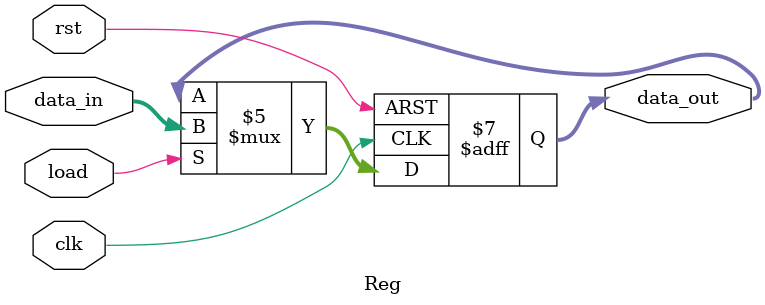
<source format=v>
`timescale 1ns / 1ps


module Reg #(parameter N=32)(input clk,input rst,input load,input[N-1:0] data_in,output reg [N-1:0] data_out);


always @(posedge clk , posedge rst) begin 

if(rst==1)
    data_out<=0;
else begin 
        if(load==1)
            data_out<=data_in;
        else 
            data_out<=data_out;
     end

end


endmodule
</source>
